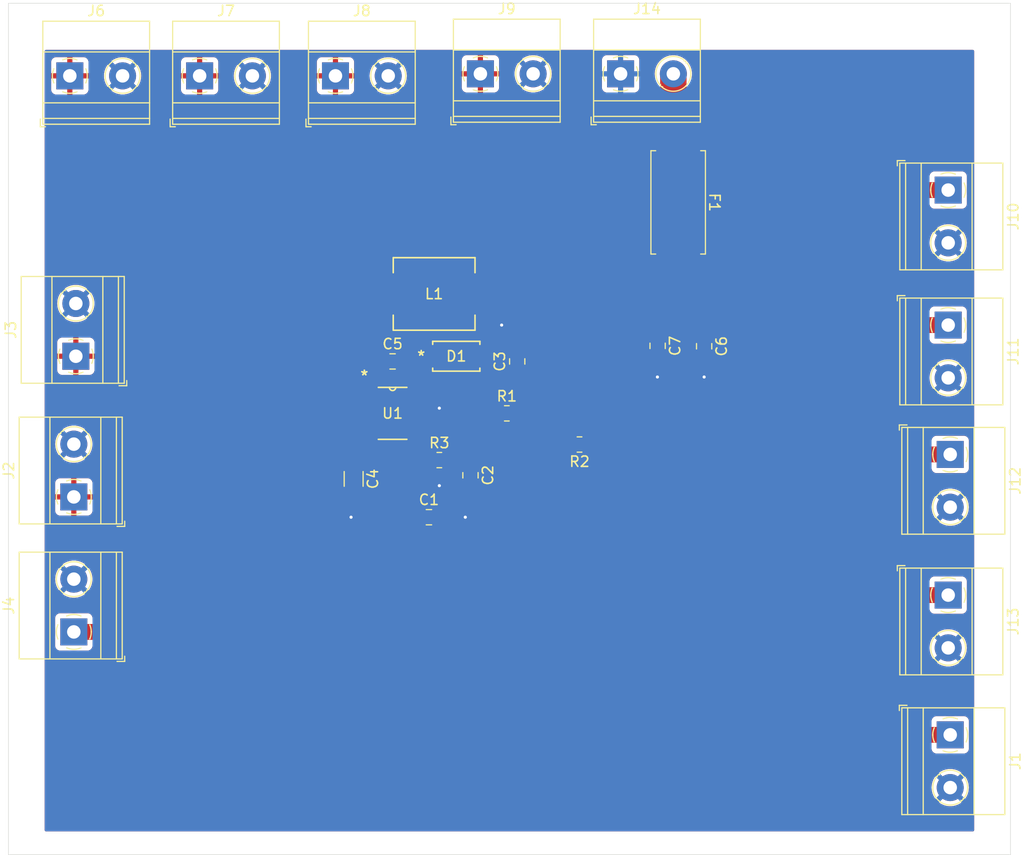
<source format=kicad_pcb>
(kicad_pcb (version 20240108) (generator "pcbnew") (generator_version "8.0")
  (layers (0 "F.Cu" signal) (31 "B.Cu" signal) (34 "B.Paste" user) (35 "F.Paste" user) (36 "B.SilkS" user "B.Silkscreen") (37 "F.SilkS" user "F.Silkscreen") (38 "B.Mask" user) (39 "F.Mask" user) (44 "Edge.Cuts" user))
  (net 0 "")
  (net 1 "+12V")
  (net 2 "GND")
  (net 3 "Net-(U1-COMP)")
  (net 4 "Net-(C3-Pad1)")
  (net 5 "Net-(U1-SS)")
  (net 6 "Net-(D1-K)")
  (net 7 "Net-(U1-BOOT)")
  (net 8 "+5V")
  (net 9 "Net-(U1-VSENSE)")
  (net 11 "Net-(J14-Pin_2)")
  (footprint "Capacitor_SMD:C_0805_2012Metric_Pad1.18x1.45mm_HandSolder" (layer "F.Cu") (at 110 125.5375 -90)
    (property "Reference" "C6" (at 0 -1.68 90) (layer "F.SilkS"))
    (property "Value" "47uF")
    (fp_line (start -0.261252 0.735) (end 0.261252 0.735) (stroke (width 0.12)) (layer "F.SilkS"))
    (fp_line (start -0.261252 -0.735) (end 0.261252 -0.735) (stroke (width 0.12)) (layer "F.SilkS"))
    (pad "1" smd roundrect (at -1.0375 0 270) (size 1.175 1.45) (layers "F.Cu" "F.Paste" "F.Mask") (roundrect_rratio 0.212766) (net 8 "+5V"))
    (pad "2" smd roundrect (at 1.0375 0 270) (size 1.175 1.45) (layers "F.Cu" "F.Paste" "F.Mask") (roundrect_rratio 0.212766) (net 2 "GND"))
  )
  (footprint "B340LA:DIODE_SODB340_2P92X4P6_DIO" (layer "F.Cu") (at 86.1336 126.5)
    (property "Reference" "D1" (at 0 0 0) (layer "F.SilkS"))
    (property "Value" "450mV 3A")
    (fp_line (start -2.2733 -1.4351) (end -2.2733 -1.14554) (stroke (width 0.1524)) (layer "F.SilkS"))
    (fp_line (start -2.2733 1.14554) (end -2.2733 1.4351) (stroke (width 0.1524)) (layer "F.SilkS"))
    (fp_line (start -2.2733 1.4351) (end 2.2733 1.4351) (stroke (width 0.1524)) (layer "F.SilkS"))
    (fp_line (start 2.2733 -1.4351) (end -2.2733 -1.4351) (stroke (width 0.1524)) (layer "F.SilkS"))
    (fp_line (start 2.2733 -1.14554) (end 2.2733 -1.4351) (stroke (width 0.1524)) (layer "F.SilkS"))
    (fp_line (start 2.2733 1.4351) (end 2.2733 1.14554) (stroke (width 0.1524)) (layer "F.SilkS"))
    (fp_text user "*" (at -3.3782 0 0) (layer "F.SilkS"))
    (fp_text user "*" (at -3.3782 0 0) (layer "F.SilkS"))
    (pad "1" smd rect (at -2.1336 0) (size 1.7272 1.6256) (layers "F.Cu" "F.Paste" "F.Mask") (net 6 "Net-(D1-K)"))
    (pad "2" smd rect (at 2.1336 0) (size 1.7272 1.6256) (layers "F.Cu" "F.Paste" "F.Mask") (net 2 "GND"))
    (zone (net 0) (net_name "") (layer "F.Cu") (connect_pads (clearance 0)) (min_thickness 0.254)
      (keepout (tracks not_allowed) (vias not_allowed) (pads allowed) (copperpour not_allowed) (footprints allowed))
      (fill (thermal_gap 0.508) (thermal_bridge_width 0.508))
      (polygon (pts (xy 84.9144 125.2427) (xy 87.3528 125.2427) (xy 87.3528 127.7573) (xy 84.9144 127.7573)))
    )
  )
  (footprint "Resistor_SMD:R_0805_2012Metric_Pad1.20x1.40mm_HandSolder" (layer "F.Cu") (at 98 135 180)
    (property "Reference" "R2" (at 0 -1.65 0) (layer "F.SilkS"))
    (property "Value" "10.2k")
    (fp_line (start -0.227064 0.735) (end 0.227064 0.735) (stroke (width 0.12)) (layer "F.SilkS"))
    (fp_line (start -0.227064 -0.735) (end 0.227064 -0.735) (stroke (width 0.12)) (layer "F.SilkS"))
    (pad "1" smd roundrect (at -1 0 180) (size 1.2 1.4) (layers "F.Cu" "F.Paste" "F.Mask") (roundrect_rratio 0.208333) (net 8 "+5V"))
    (pad "2" smd roundrect (at 1 0 180) (size 1.2 1.4) (layers "F.Cu" "F.Paste" "F.Mask") (roundrect_rratio 0.208333) (net 9 "Net-(U1-VSENSE)"))
  )
  (footprint "Capacitor_SMD:C_0805_2012Metric_Pad1.18x1.45mm_HandSolder" (layer "F.Cu") (at 92 127 90)
    (property "Reference" "C3" (at 0 -1.68 90) (layer "F.SilkS"))
    (property "Value" "1nF")
    (fp_line (start -0.261252 -0.735) (end 0.261252 -0.735) (stroke (width 0.12)) (layer "F.SilkS"))
    (fp_line (start -0.261252 0.735) (end 0.261252 0.735) (stroke (width 0.12)) (layer "F.SilkS"))
    (pad "1" smd roundrect (at -1.0375 0 90) (size 1.175 1.45) (layers "F.Cu" "F.Paste" "F.Mask") (roundrect_rratio 0.212766) (net 4 "Net-(C3-Pad1)"))
    (pad "2" smd roundrect (at 1.0375 0 90) (size 1.175 1.45) (layers "F.Cu" "F.Paste" "F.Mask") (roundrect_rratio 0.212766) (net 2 "GND"))
  )
  (footprint "TerminalBlock_Phoenix:TerminalBlock_Phoenix_MKDS-1,5-2-5.08_1x02_P5.08mm_Horizontal" (layer "F.Cu") (at 61.42 99.5)
    (property "Reference" "J7" (at 2.54 -6.26 0) (layer "F.SilkS"))
    (property "Value" "Motor 2 Power")
    (fp_line (start -2.84 4.16) (end -2.84 4.9) (stroke (width 0.12)) (layer "F.SilkS"))
    (fp_line (start -2.84 4.9) (end -2.34 4.9) (stroke (width 0.12)) (layer "F.SilkS"))
    (fp_line (start -2.6 -5.261) (end -2.6 4.66) (stroke (width 0.12)) (layer "F.SilkS"))
    (fp_line (start -2.6 -5.261) (end 7.68 -5.261) (stroke (width 0.12)) (layer "F.SilkS"))
    (fp_line (start -2.6 -2.301) (end 7.68 -2.301) (stroke (width 0.12)) (layer "F.SilkS"))
    (fp_line (start -2.6 2.6) (end 7.68 2.6) (stroke (width 0.12)) (layer "F.SilkS"))
    (fp_line (start -2.6 4.1) (end 7.68 4.1) (stroke (width 0.12)) (layer "F.SilkS"))
    (fp_line (start -2.6 4.66) (end 7.68 4.66) (stroke (width 0.12)) (layer "F.SilkS"))
    (fp_line (start 3.853 1.023) (end 3.806 1.069) (stroke (width 0.12)) (layer "F.SilkS"))
    (fp_line (start 4.046 1.239) (end 4.011 1.274) (stroke (width 0.12)) (layer "F.SilkS"))
    (fp_line (start 6.15 -1.275) (end 6.115 -1.239) (stroke (width 0.12)) (layer "F.SilkS"))
    (fp_line (start 6.355 -1.069) (end 6.308 -1.023) (stroke (width 0.12)) (layer "F.SilkS"))
    (fp_line (start 7.68 -5.261) (end 7.68 4.66) (stroke (width 0.12)) (layer "F.SilkS"))
    (fp_arc (start -1.535427 0.683042) (mid -1.680501 -0.000524) (end -1.535 -0.684) (stroke (width 0.12)) (layer "F.SilkS"))
    (fp_arc (start -0.683042 -1.535427) (mid 0.000524 -1.680501) (end 0.684 -1.535) (stroke (width 0.12)) (layer "F.SilkS"))
    (fp_arc (start 0.028805 1.680253) (mid -0.335551 1.646659) (end -0.684 1.535) (stroke (width 0.12)) (layer "F.SilkS"))
    (fp_arc (start 0.683318 1.534756) (mid 0.349292 1.643288) (end 0 1.68) (stroke (width 0.12)) (layer "F.SilkS"))
    (fp_arc (start 1.535427 -0.683042) (mid 1.680501 0.000524) (end 1.535 0.684) (stroke (width 0.12)) (layer "F.SilkS"))
    (fp_circle (center 5.08 0) (end 6.76 0) (stroke (width 0.12)) (fill none) (layer "F.SilkS"))
    (pad "1" thru_hole rect (at 0 0) (size 2.6 2.6) (drill 1.3) (layers "*.Cu" "*.Mask") (net 1 "+12V"))
    (pad "2" thru_hole circle (at 5.08 0) (size 2.6 2.6) (drill 1.3) (layers "*.Cu" "*.Mask") (net 2 "GND"))
  )
  (footprint "TerminalBlock_Phoenix:TerminalBlock_Phoenix_MKDS-1,5-2-5.08_1x02_P5.08mm_Horizontal" (layer "F.Cu") (at 74.5 99.5)
    (property "Reference" "J8" (at 2.54 -6.26 0) (layer "F.SilkS"))
    (property "Value" "Motor 3 Power")
    (fp_line (start -2.84 4.16) (end -2.84 4.9) (stroke (width 0.12)) (layer "F.SilkS"))
    (fp_line (start -2.84 4.9) (end -2.34 4.9) (stroke (width 0.12)) (layer "F.SilkS"))
    (fp_line (start -2.6 -5.261) (end -2.6 4.66) (stroke (width 0.12)) (layer "F.SilkS"))
    (fp_line (start -2.6 -5.261) (end 7.68 -5.261) (stroke (width 0.12)) (layer "F.SilkS"))
    (fp_line (start -2.6 -2.301) (end 7.68 -2.301) (stroke (width 0.12)) (layer "F.SilkS"))
    (fp_line (start -2.6 2.6) (end 7.68 2.6) (stroke (width 0.12)) (layer "F.SilkS"))
    (fp_line (start -2.6 4.1) (end 7.68 4.1) (stroke (width 0.12)) (layer "F.SilkS"))
    (fp_line (start -2.6 4.66) (end 7.68 4.66) (stroke (width 0.12)) (layer "F.SilkS"))
    (fp_line (start 3.853 1.023) (end 3.806 1.069) (stroke (width 0.12)) (layer "F.SilkS"))
    (fp_line (start 4.046 1.239) (end 4.011 1.274) (stroke (width 0.12)) (layer "F.SilkS"))
    (fp_line (start 6.15 -1.275) (end 6.115 -1.239) (stroke (width 0.12)) (layer "F.SilkS"))
    (fp_line (start 6.355 -1.069) (end 6.308 -1.023) (stroke (width 0.12)) (layer "F.SilkS"))
    (fp_line (start 7.68 -5.261) (end 7.68 4.66) (stroke (width 0.12)) (layer "F.SilkS"))
    (fp_arc (start -1.535427 0.683042) (mid -1.680501 -0.000524) (end -1.535 -0.684) (stroke (width 0.12)) (layer "F.SilkS"))
    (fp_arc (start -0.683042 -1.535427) (mid 0.000524 -1.680501) (end 0.684 -1.535) (stroke (width 0.12)) (layer "F.SilkS"))
    (fp_arc (start 0.028805 1.680253) (mid -0.335551 1.646659) (end -0.684 1.535) (stroke (width 0.12)) (layer "F.SilkS"))
    (fp_arc (start 0.683318 1.534756) (mid 0.349292 1.643288) (end 0 1.68) (stroke (width 0.12)) (layer "F.SilkS"))
    (fp_arc (start 1.535427 -0.683042) (mid 1.680501 0.000524) (end 1.535 0.684) (stroke (width 0.12)) (layer "F.SilkS"))
    (fp_circle (center 5.08 0) (end 6.76 0) (stroke (width 0.12)) (fill none) (layer "F.SilkS"))
    (pad "1" thru_hole rect (at 0 0) (size 2.6 2.6) (drill 1.3) (layers "*.Cu" "*.Mask") (net 1 "+12V"))
    (pad "2" thru_hole circle (at 5.08 0) (size 2.6 2.6) (drill 1.3) (layers "*.Cu" "*.Mask") (net 2 "GND"))
  )
  (footprint "Capacitor_SMD:C_0805_2012Metric_Pad1.18x1.45mm_HandSolder" (layer "F.Cu") (at 87.5 137.9625 -90)
    (property "Reference" "C2" (at 0 -1.68 90) (layer "F.SilkS"))
    (property "Value" "10pF")
    (fp_line (start -0.261252 0.735) (end 0.261252 0.735) (stroke (width 0.12)) (layer "F.SilkS"))
    (fp_line (start -0.261252 -0.735) (end 0.261252 -0.735) (stroke (width 0.12)) (layer "F.SilkS"))
    (pad "1" smd roundrect (at -1.0375 0 270) (size 1.175 1.45) (layers "F.Cu" "F.Paste" "F.Mask") (roundrect_rratio 0.212766) (net 3 "Net-(U1-COMP)"))
    (pad "2" smd roundrect (at 1.0375 0 270) (size 1.175 1.45) (layers "F.Cu" "F.Paste" "F.Mask") (roundrect_rratio 0.212766) (net 2 "GND"))
  )
  (footprint "Capacitor_SMD:C_0805_2012Metric_Pad1.18x1.45mm_HandSolder" (layer "F.Cu") (at 80 127)
    (property "Reference" "C5" (at 0 -1.68 0) (layer "F.SilkS"))
    (property "Value" "100nF")
    (fp_line (start -0.261252 -0.735) (end 0.261252 -0.735) (stroke (width 0.12)) (layer "F.SilkS"))
    (fp_line (start -0.261252 0.735) (end 0.261252 0.735) (stroke (width 0.12)) (layer "F.SilkS"))
    (pad "1" smd roundrect (at -1.0375 0) (size 1.175 1.45) (layers "F.Cu" "F.Paste" "F.Mask") (roundrect_rratio 0.212766) (net 7 "Net-(U1-BOOT)"))
    (pad "2" smd roundrect (at 1.0375 0) (size 1.175 1.45) (layers "F.Cu" "F.Paste" "F.Mask") (roundrect_rratio 0.212766) (net 6 "Net-(D1-K)"))
  )
  (footprint "Capacitor_SMD:C_0805_2012Metric_Pad1.18x1.45mm_HandSolder" (layer "F.Cu") (at 105.5202 125.5 -90)
    (property "Reference" "C7" (at 0 -1.68 90) (layer "F.SilkS"))
    (property "Value" "47uF")
    (fp_line (start -0.261252 0.735) (end 0.261252 0.735) (stroke (width 0.12)) (layer "F.SilkS"))
    (fp_line (start -0.261252 -0.735) (end 0.261252 -0.735) (stroke (width 0.12)) (layer "F.SilkS"))
    (pad "1" smd roundrect (at -1.0375 0 270) (size 1.175 1.45) (layers "F.Cu" "F.Paste" "F.Mask") (roundrect_rratio 0.212766) (net 8 "+5V"))
    (pad "2" smd roundrect (at 1.0375 0 270) (size 1.175 1.45) (layers "F.Cu" "F.Paste" "F.Mask") (roundrect_rratio 0.212766) (net 2 "GND"))
  )
  (footprint "TerminalBlock_Phoenix:TerminalBlock_Phoenix_MKDS-1,5-2-5.08_1x02_P5.08mm_Horizontal" (layer "F.Cu") (at 101.955 99.305)
    (property "Reference" "J14" (at 2.54 -6.26 0) (layer "F.SilkS"))
    (property "Value" "12V BATTERY POWER")
    (fp_line (start -2.84 4.16) (end -2.84 4.9) (stroke (width 0.12)) (layer "F.SilkS"))
    (fp_line (start -2.84 4.9) (end -2.34 4.9) (stroke (width 0.12)) (layer "F.SilkS"))
    (fp_line (start -2.6 -5.261) (end -2.6 4.66) (stroke (width 0.12)) (layer "F.SilkS"))
    (fp_line (start -2.6 -5.261) (end 7.68 -5.261) (stroke (width 0.12)) (layer "F.SilkS"))
    (fp_line (start -2.6 -2.301) (end 7.68 -2.301) (stroke (width 0.12)) (layer "F.SilkS"))
    (fp_line (start -2.6 2.6) (end 7.68 2.6) (stroke (width 0.12)) (layer "F.SilkS"))
    (fp_line (start -2.6 4.1) (end 7.68 4.1) (stroke (width 0.12)) (layer "F.SilkS"))
    (fp_line (start -2.6 4.66) (end 7.68 4.66) (stroke (width 0.12)) (layer "F.SilkS"))
    (fp_line (start 3.853 1.023) (end 3.806 1.069) (stroke (width 0.12)) (layer "F.SilkS"))
    (fp_line (start 4.046 1.239) (end 4.011 1.274) (stroke (width 0.12)) (layer "F.SilkS"))
    (fp_line (start 6.15 -1.275) (end 6.115 -1.239) (stroke (width 0.12)) (layer "F.SilkS"))
    (fp_line (start 6.355 -1.069) (end 6.308 -1.023) (stroke (width 0.12)) (layer "F.SilkS"))
    (fp_line (start 7.68 -5.261) (end 7.68 4.66) (stroke (width 0.12)) (layer "F.SilkS"))
    (fp_arc (start -1.535427 0.683042) (mid -1.680501 -0.000524) (end -1.535 -0.684) (stroke (width 0.12)) (layer "F.SilkS"))
    (fp_arc (start -0.683042 -1.535427) (mid 0.000524 -1.680501) (end 0.684 -1.535) (stroke (width 0.12)) (layer "F.SilkS"))
    (fp_arc (start 0.028805 1.680253) (mid -0.335551 1.646659) (end -0.684 1.535) (stroke (width 0.12)) (layer "F.SilkS"))
    (fp_arc (start 0.683318 1.534756) (mid 0.349292 1.643288) (end 0 1.68) (stroke (width 0.12)) (layer "F.SilkS"))
    (fp_arc (start 1.535427 -0.683042) (mid 1.680501 0.000524) (end 1.535 0.684) (stroke (width 0.12)) (layer "F.SilkS"))
    (fp_circle (center 5.08 0) (end 6.76 0) (stroke (width 0.12)) (fill none) (layer "F.SilkS"))
    (pad "1" thru_hole rect (at 0 0) (size 2.6 2.6) (drill 1.3) (layers "*.Cu" "*.Mask") (net 2 "GND"))
    (pad "2" thru_hole circle (at 5.08 0) (size 2.6 2.6) (drill 1.3) (layers "*.Cu" "*.Mask") (net 11 "Net-(J14-Pin_2)"))
  )
  (footprint "TerminalBlock_Phoenix:TerminalBlock_Phoenix_MKDS-1,5-2-5.08_1x02_P5.08mm_Horizontal" (layer "F.Cu") (at 133.695 162.955 -90)
    (property "Reference" "J1" (at 2.54 -6.26 90) (layer "F.SilkS"))
    (property "Value" "Lin Reg Out")
    (fp_line (start -2.84 4.9) (end -2.34 4.9) (stroke (width 0.12)) (layer "F.SilkS"))
    (fp_line (start -2.6 4.66) (end 7.68 4.66) (stroke (width 0.12)) (layer "F.SilkS"))
    (fp_line (start -2.84 4.16) (end -2.84 4.9) (stroke (width 0.12)) (layer "F.SilkS"))
    (fp_line (start -2.6 4.1) (end 7.68 4.1) (stroke (width 0.12)) (layer "F.SilkS"))
    (fp_line (start -2.6 2.6) (end 7.68 2.6) (stroke (width 0.12)) (layer "F.SilkS"))
    (fp_line (start 4.046 1.239) (end 4.011 1.274) (stroke (width 0.12)) (layer "F.SilkS"))
    (fp_line (start 3.853 1.023) (end 3.806 1.069) (stroke (width 0.12)) (layer "F.SilkS"))
    (fp_line (start 6.355 -1.069) (end 6.308 -1.023) (stroke (width 0.12)) (layer "F.SilkS"))
    (fp_line (start 6.15 -1.275) (end 6.115 -1.239) (stroke (width 0.12)) (layer "F.SilkS"))
    (fp_line (start -2.6 -2.301) (end 7.68 -2.301) (stroke (width 0.12)) (layer "F.SilkS"))
    (fp_line (start -2.6 -5.261) (end -2.6 4.66) (stroke (width 0.12)) (layer "F.SilkS"))
    (fp_line (start -2.6 -5.261) (end 7.68 -5.261) (stroke (width 0.12)) (layer "F.SilkS"))
    (fp_line (start 7.68 -5.261) (end 7.68 4.66) (stroke (width 0.12)) (layer "F.SilkS"))
    (fp_arc (start 0.028805 1.680253) (mid -0.335551 1.646659) (end -0.684 1.535) (stroke (width 0.12)) (layer "F.SilkS"))
    (fp_arc (start 0.683318 1.534756) (mid 0.349292 1.643288) (end 0 1.68) (stroke (width 0.12)) (layer "F.SilkS"))
    (fp_arc (start -1.535427 0.683042) (mid -1.680501 -0.000524) (end -1.535 -0.684) (stroke (width 0.12)) (layer "F.SilkS"))
    (fp_arc (start 1.535427 -0.683042) (mid 1.680501 0.000524) (end 1.535 0.684) (stroke (width 0.12)) (layer "F.SilkS"))
    (fp_arc (start -0.683042 -1.535427) (mid 0.000524 -1.680501) (end 0.684 -1.535) (stroke (width 0.12)) (layer "F.SilkS"))
    (fp_circle (center 5.08 0) (end 6.76 0) (stroke (width 0.12)) (fill none) (layer "F.SilkS"))
    (pad "1" thru_hole rect (at 0 0 270) (size 2.6 2.6) (drill 1.3) (layers "*.Cu" "*.Mask") (net 8 "+5V"))
    (pad "2" thru_hole circle (at 5.08 0 270) (size 2.6 2.6) (drill 1.3) (layers "*.Cu" "*.Mask") (net 2 "GND"))
  )
  (footprint "TPS54331:D8" (layer "F.Cu") (at 80 132)
    (property "Reference" "U1" (at 0 0 0) (layer "F.SilkS"))
    (property "Value" "TPS54331D")
    (fp_line (start -1.373653 2.5019) (end 1.373653 2.5019) (stroke (width 0.1524)) (layer "F.SilkS"))
    (fp_line (start 1.373653 -2.5019) (end -1.373653 -2.5019) (stroke (width 0.1524)) (layer "F.SilkS"))
    (fp_arc (start 0.3048 -2.5019) (mid 0 -2.1971) (end -0.3048 -2.5019) (stroke (width 0.1524)) (layer "F.SilkS"))
    (fp_text user "*" (at -2.7178 -3.6068 0) (layer "F.SilkS"))
    (fp_text user "*" (at -2.7178 -3.6068 0) (layer "F.SilkS"))
    (pad "1" smd rect (at -2.4638 -1.905) (size 1.9812 0.5588) (layers "F.Cu" "F.Paste" "F.Mask") (net 7 "Net-(U1-BOOT)"))
    (pad "2" smd rect (at -2.4638 -0.635) (size 1.9812 0.5588) (layers "F.Cu" "F.Paste" "F.Mask") (net 1 "+12V"))
    (pad "3" smd rect (at -2.4638 0.635) (size 1.9812 0.5588) (layers "F.Cu" "F.Paste" "F.Mask"))
    (pad "4" smd rect (at -2.4638 1.905) (size 1.9812 0.5588) (layers "F.Cu" "F.Paste" "F.Mask") (net 5 "Net-(U1-SS)"))
    (pad "5" smd rect (at 2.4638 1.905) (size 1.9812 0.5588) (layers "F.Cu" "F.Paste" "F.Mask") (net 9 "Net-(U1-VSENSE)"))
    (pad "6" smd rect (at 2.4638 0.635) (size 1.9812 0.5588) (layers "F.Cu" "F.Paste" "F.Mask") (net 3 "Net-(U1-COMP)"))
    (pad "7" smd rect (at 2.4638 -0.635) (size 1.9812 0.5588) (layers "F.Cu" "F.Paste" "F.Mask") (net 2 "GND"))
    (pad "8" smd rect (at 2.4638 -1.905) (size 1.9812 0.5588) (layers "F.Cu" "F.Paste" "F.Mask") (net 6 "Net-(D1-K)"))
  )
  (footprint "TerminalBlock_Phoenix:TerminalBlock_Phoenix_MKDS-1,5-2-5.08_1x02_P5.08mm_Horizontal" (layer "F.Cu") (at 48.92 99.5)
    (property "Reference" "J6" (at 2.54 -6.26 0) (layer "F.SilkS"))
    (property "Value" "Motor 1 Power")
    (fp_line (start -2.84 4.16) (end -2.84 4.9) (stroke (width 0.12)) (layer "F.SilkS"))
    (fp_line (start -2.84 4.9) (end -2.34 4.9) (stroke (width 0.12)) (layer "F.SilkS"))
    (fp_line (start -2.6 -5.261) (end -2.6 4.66) (stroke (width 0.12)) (layer "F.SilkS"))
    (fp_line (start -2.6 -5.261) (end 7.68 -5.261) (stroke (width 0.12)) (layer "F.SilkS"))
    (fp_line (start -2.6 -2.301) (end 7.68 -2.301) (stroke (width 0.12)) (layer "F.SilkS"))
    (fp_line (start -2.6 2.6) (end 7.68 2.6) (stroke (width 0.12)) (layer "F.SilkS"))
    (fp_line (start -2.6 4.1) (end 7.68 4.1) (stroke (width 0.12)) (layer "F.SilkS"))
    (fp_line (start -2.6 4.66) (end 7.68 4.66) (stroke (width 0.12)) (layer "F.SilkS"))
    (fp_line (start 3.853 1.023) (end 3.806 1.069) (stroke (width 0.12)) (layer "F.SilkS"))
    (fp_line (start 4.046 1.239) (end 4.011 1.274) (stroke (width 0.12)) (layer "F.SilkS"))
    (fp_line (start 6.15 -1.275) (end 6.115 -1.239) (stroke (width 0.12)) (layer "F.SilkS"))
    (fp_line (start 6.355 -1.069) (end 6.308 -1.023) (stroke (width 0.12)) (layer "F.SilkS"))
    (fp_line (start 7.68 -5.261) (end 7.68 4.66) (stroke (width 0.12)) (layer "F.SilkS"))
    (fp_arc (start -1.535427 0.683042) (mid -1.680501 -0.000524) (end -1.535 -0.684) (stroke (width 0.12)) (layer "F.SilkS"))
    (fp_arc (start -0.683042 -1.535427) (mid 0.000524 -1.680501) (end 0.684 -1.535) (stroke (width 0.12)) (layer "F.SilkS"))
    (fp_arc (start 0.028805 1.680253) (mid -0.335551 1.646659) (end -0.684 1.535) (stroke (width 0.12)) (layer "F.SilkS"))
    (fp_arc (start 0.683318 1.534756) (mid 0.349292 1.643288) (end 0 1.68) (stroke (width 0.12)) (layer "F.SilkS"))
    (fp_arc (start 1.535427 -0.683042) (mid 1.680501 0.000524) (end 1.535 0.684) (stroke (width 0.12)) (layer "F.SilkS"))
    (fp_circle (center 5.08 0) (end 6.76 0) (stroke (width 0.12)) (fill none) (layer "F.SilkS"))
    (pad "1" thru_hole rect (at 0 0) (size 2.6 2.6) (drill 1.3) (layers "*.Cu" "*.Mask") (net 1 "+12V"))
    (pad "2" thru_hole circle (at 5.08 0) (size 2.6 2.6) (drill 1.3) (layers "*.Cu" "*.Mask") (net 2 "GND"))
  )
  (footprint "TerminalBlock_Phoenix:TerminalBlock_Phoenix_MKDS-1,5-2-5.08_1x02_P5.08mm_Horizontal" (layer "F.Cu") (at 88.455 99.305)
    (property "Reference" "J9" (at 2.54 -6.26 0) (layer "F.SilkS"))
    (property "Value" "Motor 4 Power")
    (fp_line (start -2.84 4.16) (end -2.84 4.9) (stroke (width 0.12)) (layer "F.SilkS"))
    (fp_line (start -2.84 4.9) (end -2.34 4.9) (stroke (width 0.12)) (layer "F.SilkS"))
    (fp_line (start -2.6 -5.261) (end -2.6 4.66) (stroke (width 0.12)) (layer "F.SilkS"))
    (fp_line (start -2.6 -5.261) (end 7.68 -5.261) (stroke (width 0.12)) (layer "F.SilkS"))
    (fp_line (start -2.6 -2.301) (end 7.68 -2.301) (stroke (width 0.12)) (layer "F.SilkS"))
    (fp_line (start -2.6 2.6) (end 7.68 2.6) (stroke (width 0.12)) (layer "F.SilkS"))
    (fp_line (start -2.6 4.1) (end 7.68 4.1) (stroke (width 0.12)) (layer "F.SilkS"))
    (fp_line (start -2.6 4.66) (end 7.68 4.66) (stroke (width 0.12)) (layer "F.SilkS"))
    (fp_line (start 3.853 1.023) (end 3.806 1.069) (stroke (width 0.12)) (layer "F.SilkS"))
    (fp_line (start 4.046 1.239) (end 4.011 1.274) (stroke (width 0.12)) (layer "F.SilkS"))
    (fp_line (start 6.15 -1.275) (end 6.115 -1.239) (stroke (width 0.12)) (layer "F.SilkS"))
    (fp_line (start 6.355 -1.069) (end 6.308 -1.023) (stroke (width 0.12)) (layer "F.SilkS"))
    (fp_line (start 7.68 -5.261) (end 7.68 4.66) (stroke (width 0.12)) (layer "F.SilkS"))
    (fp_arc (start -1.535427 0.683042) (mid -1.680501 -0.000524) (end -1.535 -0.684) (stroke (width 0.12)) (layer "F.SilkS"))
    (fp_arc (start -0.683042 -1.535427) (mid 0.000524 -1.680501) (end 0.684 -1.535) (stroke (width 0.12)) (layer "F.SilkS"))
    (fp_arc (start 0.028805 1.680253) (mid -0.335551 1.646659) (end -0.684 1.535) (stroke (width 0.12)) (layer "F.SilkS"))
    (fp_arc (start 0.683318 1.534756) (mid 0.349292 1.643288) (end 0 1.68) (stroke (width 0.12)) (layer "F.SilkS"))
    (fp_arc (start 1.535427 -0.683042) (mid 1.680501 0.000524) (end 1.535 0.684) (stroke (width 0.12)) (layer "F.SilkS"))
    (fp_circle (center 5.08 0) (end 6.76 0) (stroke (width 0.12)) (fill none) (layer "F.SilkS"))
    (pad "1" thru_hole rect (at 0 0) (size 2.6 2.6) (drill 1.3) (layers "*.Cu" "*.Mask") (net 1 "+12V"))
    (pad "2" thru_hole circle (at 5.08 0) (size 2.6 2.6) (drill 1.3) (layers "*.Cu" "*.Mask") (net 2 "GND"))
  )
  (footprint "TerminalBlock_Phoenix:TerminalBlock_Phoenix_MKDS-1,5-2-5.08_1x02_P5.08mm_Horizontal" (layer "F.Cu") (at 49.305 140.045 90)
    (property "Reference" "J2" (at 2.54 -6.26 90) (layer "F.SilkS"))
    (property "Value" "Lin Act Power")
    (fp_line (start 7.68 -5.261) (end 7.68 4.66) (stroke (width 0.12)) (layer "F.SilkS"))
    (fp_line (start -2.6 -5.261) (end 7.68 -5.261) (stroke (width 0.12)) (layer "F.SilkS"))
    (fp_line (start -2.6 -5.261) (end -2.6 4.66) (stroke (width 0.12)) (layer "F.SilkS"))
    (fp_line (start -2.6 -2.301) (end 7.68 -2.301) (stroke (width 0.12)) (layer "F.SilkS"))
    (fp_line (start 6.15 -1.275) (end 6.115 -1.239) (stroke (width 0.12)) (layer "F.SilkS"))
    (fp_line (start 6.355 -1.069) (end 6.308 -1.023) (stroke (width 0.12)) (layer "F.SilkS"))
    (fp_line (start 3.853 1.023) (end 3.806 1.069) (stroke (width 0.12)) (layer "F.SilkS"))
    (fp_line (start 4.046 1.239) (end 4.011 1.274) (stroke (width 0.12)) (layer "F.SilkS"))
    (fp_line (start -2.6 2.6) (end 7.68 2.6) (stroke (width 0.12)) (layer "F.SilkS"))
    (fp_line (start -2.6 4.1) (end 7.68 4.1) (stroke (width 0.12)) (layer "F.SilkS"))
    (fp_line (start -2.84 4.16) (end -2.84 4.9) (stroke (width 0.12)) (layer "F.SilkS"))
    (fp_line (start -2.6 4.66) (end 7.68 4.66) (stroke (width 0.12)) (layer "F.SilkS"))
    (fp_line (start -2.84 4.9) (end -2.34 4.9) (stroke (width 0.12)) (layer "F.SilkS"))
    (fp_arc (start -0.683042 -1.535427) (mid 0.000524 -1.680501) (end 0.684 -1.535) (stroke (width 0.12)) (layer "F.SilkS"))
    (fp_arc (start 1.535427 -0.683042) (mid 1.680501 0.000524) (end 1.535 0.684) (stroke (width 0.12)) (layer "F.SilkS"))
    (fp_arc (start -1.535427 0.683042) (mid -1.680501 -0.000524) (end -1.535 -0.684) (stroke (width 0.12)) (layer "F.SilkS"))
    (fp_arc (start 0.683318 1.534756) (mid 0.349292 1.643288) (end 0 1.68) (stroke (width 0.12)) (layer "F.SilkS"))
    (fp_arc (start 0.028805 1.680253) (mid -0.335551 1.646659) (end -0.684 1.535) (stroke (width 0.12)) (layer "F.SilkS"))
    (fp_circle (center 5.08 0) (end 6.76 0) (stroke (width 0.12)) (fill none) (layer "F.SilkS"))
    (pad "1" thru_hole rect (at 0 0 90) (size 2.6 2.6) (drill 1.3) (layers "*.Cu" "*.Mask") (net 1 "+12V"))
    (pad "2" thru_hole circle (at 5.08 0 90) (size 2.6 2.6) (drill 1.3) (layers "*.Cu" "*.Mask") (net 2 "GND"))
  )
  (footprint "TerminalBlock_Phoenix:TerminalBlock_Phoenix_MKDS-1,5-2-5.08_1x02_P5.08mm_Horizontal" (layer "F.Cu") (at 49.305 153.045 90)
    (property "Reference" "J4" (at 2.54 -6.26 90) (layer "F.SilkS"))
    (property "Value" "5V Jump")
    (fp_line (start 7.68 -5.261) (end 7.68 4.66) (stroke (width 0.12)) (layer "F.SilkS"))
    (fp_line (start -2.6 -5.261) (end 7.68 -5.261) (stroke (width 0.12)) (layer "F.SilkS"))
    (fp_line (start -2.6 -5.261) (end -2.6 4.66) (stroke (width 0.12)) (layer "F.SilkS"))
    (fp_line (start -2.6 -2.301) (end 7.68 -2.301) (stroke (width 0.12)) (layer "F.SilkS"))
    (fp_line (start 6.15 -1.275) (end 6.115 -1.239) (stroke (width 0.12)) (layer "F.SilkS"))
    (fp_line (start 6.355 -1.069) (end 6.308 -1.023) (stroke (width 0.12)) (layer "F.SilkS"))
    (fp_line (start 3.853 1.023) (end 3.806 1.069) (stroke (width 0.12)) (layer "F.SilkS"))
    (fp_line (start 4.046 1.239) (end 4.011 1.274) (stroke (width 0.12)) (layer "F.SilkS"))
    (fp_line (start -2.6 2.6) (end 7.68 2.6) (stroke (width 0.12)) (layer "F.SilkS"))
    (fp_line (start -2.6 4.1) (end 7.68 4.1) (stroke (width 0.12)) (layer "F.SilkS"))
    (fp_line (start -2.84 4.16) (end -2.84 4.9) (stroke (width 0.12)) (layer "F.SilkS"))
    (fp_line (start -2.6 4.66) (end 7.68 4.66) (stroke (width 0.12)) (layer "F.SilkS"))
    (fp_line (start -2.84 4.9) (end -2.34 4.9) (stroke (width 0.12)) (layer "F.SilkS"))
    (fp_arc (start -0.683042 -1.535427) (mid 0.000524 -1.680501) (end 0.684 -1.535) (stroke (width 0.12)) (layer "F.SilkS"))
    (fp_arc (start 1.535427 -0.683042) (mid 1.680501 0.000524) (end 1.535 0.684) (stroke (width 0.12)) (layer "F.SilkS"))
    (fp_arc (start -1.535427 0.683042) (mid -1.680501 -0.000524) (end -1.535 -0.684) (stroke (width 0.12)) (layer "F.SilkS"))
    (fp_arc (start 0.683318 1.534756) (mid 0.349292 1.643288) (end 0 1.68) (stroke (width 0.12)) (layer "F.SilkS"))
    (fp_arc (start 0.028805 1.680253) (mid -0.335551 1.646659) (end -0.684 1.535) (stroke (width 0.12)) (layer "F.SilkS"))
    (fp_circle (center 5.08 0) (end 6.76 0) (stroke (width 0.12)) (fill none) (layer "F.SilkS"))
    (pad "1" thru_hole rect (at 0 0 90) (size 2.6 2.6) (drill 1.3) (layers "*.Cu" "*.Mask") (net 8 "+5V"))
    (pad "2" thru_hole circle (at 5.08 0 90) (size 2.6 2.6) (drill 1.3) (layers "*.Cu" "*.Mask") (net 2 "GND"))
  )
  (footprint "Fuse:Fuseholder_Littelfuse_Nano2_154x" (layer "F.Cu") (at 107.5 111.685 -90)
    (property "Reference" "F1" (at 0 -3.5 -90) (layer "F.SilkS"))
    (property "Value" "Fuse")
    (fp_line (start -4.975 2.625) (end 4.975 2.625) (stroke (width 0.12)) (layer "F.SilkS"))
    (fp_line (start 4.975 2.625) (end 4.975 2.165) (stroke (width 0.12)) (layer "F.SilkS"))
    (fp_line (start -4.975 2.165) (end -4.975 2.625) (stroke (width 0.12)) (layer "F.SilkS"))
    (fp_line (start -4.975 -2.625) (end -4.975 -2.165) (stroke (width 0.12)) (layer "F.SilkS"))
    (fp_line (start -4.975 -2.625) (end 4.975 -2.625) (stroke (width 0.12)) (layer "F.SilkS"))
    (fp_line (start 4.975 -2.625) (end 4.975 -2.165) (stroke (width 0.12)) (layer "F.SilkS"))
    (pad "1" smd rect (at -3.185 0 270) (size 4.24 3.81) (layers "F.Cu" "F.Paste" "F.Mask") (net 11 "Net-(J14-Pin_2)"))
    (pad "2" smd rect (at 3.185 0 270) (size 4.24 3.81) (layers "F.Cu" "F.Paste" "F.Mask") (net 1 "+12V"))
  )
  (footprint "Capacitor_SMD:C_1206_3216Metric_Pad1.33x1.80mm_HandSolder" (layer "F.Cu") (at 76.25 138.3125 -90)
    (property "Reference" "C4" (at 0 -1.85 -90) (layer "F.SilkS"))
    (property "Value" "8.2nF")
    (fp_line (start -0.711252 0.91) (end 0.711252 0.91) (stroke (width 0.12)) (layer "F.SilkS"))
    (fp_line (start -0.711252 -0.91) (end 0.711252 -0.91) (stroke (width 0.12)) (layer "F.SilkS"))
    (pad "1" smd roundrect (at -1.5625 0 270) (size 1.325 1.8) (layers "F.Cu" "F.Paste" "F.Mask") (roundrect_rratio 0.188679) (net 5 "Net-(U1-SS)"))
    (pad "2" smd roundrect (at 1.5625 0 270) (size 1.325 1.8) (layers "F.Cu" "F.Paste" "F.Mask") (roundrect_rratio 0.188679) (net 2 "GND"))
  )
  (footprint "TerminalBlock_Phoenix:TerminalBlock_Phoenix_MKDS-1,5-2-5.08_1x02_P5.08mm_Horizontal" (layer "F.Cu") (at 133.695 135.955 -90)
    (property "Reference" "J12" (at 2.54 -6.26 90) (layer "F.SilkS"))
    (property "Value" "Motor 3 En")
    (fp_line (start -2.84 4.9) (end -2.34 4.9) (stroke (width 0.12)) (layer "F.SilkS"))
    (fp_line (start -2.6 4.66) (end 7.68 4.66) (stroke (width 0.12)) (layer "F.SilkS"))
    (fp_line (start -2.84 4.16) (end -2.84 4.9) (stroke (width 0.12)) (layer "F.SilkS"))
    (fp_line (start -2.6 4.1) (end 7.68 4.1) (stroke (width 0.12)) (layer "F.SilkS"))
    (fp_line (start -2.6 2.6) (end 7.68 2.6) (stroke (width 0.12)) (layer "F.SilkS"))
    (fp_line (start 4.046 1.239) (end 4.011 1.274) (stroke (width 0.12)) (layer "F.SilkS"))
    (fp_line (start 3.853 1.023) (end 3.806 1.069) (stroke (width 0.12)) (layer "F.SilkS"))
    (fp_line (start 6.355 -1.069) (end 6.308 -1.023) (stroke (width 0.12)) (layer "F.SilkS"))
    (fp_line (start 6.15 -1.275) (end 6.115 -1.239) (stroke (width 0.12)) (layer "F.SilkS"))
    (fp_line (start -2.6 -2.301) (end 7.68 -2.301) (stroke (width 0.12)) (layer "F.SilkS"))
    (fp_line (start -2.6 -5.261) (end -2.6 4.66) (stroke (width 0.12)) (layer "F.SilkS"))
    (fp_line (start -2.6 -5.261) (end 7.68 -5.261) (stroke (width 0.12)) (layer "F.SilkS"))
    (fp_line (start 7.68 -5.261) (end 7.68 4.66) (stroke (width 0.12)) (layer "F.SilkS"))
    (fp_arc (start 0.028805 1.680253) (mid -0.335551 1.646659) (end -0.684 1.535) (stroke (width 0.12)) (layer "F.SilkS"))
    (fp_arc (start 0.683318 1.534756) (mid 0.349292 1.643288) (end 0 1.68) (stroke (width 0.12)) (layer "F.SilkS"))
    (fp_arc (start -1.535427 0.683042) (mid -1.680501 -0.000524) (end -1.535 -0.684) (stroke (width 0.12)) (layer "F.SilkS"))
    (fp_arc (start 1.535427 -0.683042) (mid 1.680501 0.000524) (end 1.535 0.684) (stroke (width 0.12)) (layer "F.SilkS"))
    (fp_arc (start -0.683042 -1.535427) (mid 0.000524 -1.680501) (end 0.684 -1.535) (stroke (width 0.12)) (layer "F.SilkS"))
    (fp_circle (center 5.08 0) (end 6.76 0) (stroke (width 0.12)) (fill none) (layer "F.SilkS"))
    (pad "1" thru_hole rect (at 0 0 270) (size 2.6 2.6) (drill 1.3) (layers "*.Cu" "*.Mask") (net 8 "+5V"))
    (pad "2" thru_hole circle (at 5.08 0 270) (size 2.6 2.6) (drill 1.3) (layers "*.Cu" "*.Mask") (net 2 "GND"))
  )
  (footprint "TerminalBlock_Phoenix:TerminalBlock_Phoenix_MKDS-1,5-2-5.08_1x02_P5.08mm_Horizontal" (layer "F.Cu") (at 133.5 149.5 -90)
    (property "Reference" "J13" (at 2.54 -6.26 90) (layer "F.SilkS"))
    (property "Value" "Motor 4 En")
    (fp_line (start -2.84 4.9) (end -2.34 4.9) (stroke (width 0.12)) (layer "F.SilkS"))
    (fp_line (start -2.6 4.66) (end 7.68 4.66) (stroke (width 0.12)) (layer "F.SilkS"))
    (fp_line (start -2.84 4.16) (end -2.84 4.9) (stroke (width 0.12)) (layer "F.SilkS"))
    (fp_line (start -2.6 4.1) (end 7.68 4.1) (stroke (width 0.12)) (layer "F.SilkS"))
    (fp_line (start -2.6 2.6) (end 7.68 2.6) (stroke (width 0.12)) (layer "F.SilkS"))
    (fp_line (start 4.046 1.239) (end 4.011 1.274) (stroke (width 0.12)) (layer "F.SilkS"))
    (fp_line (start 3.853 1.023) (end 3.806 1.069) (stroke (width 0.12)) (layer "F.SilkS"))
    (fp_line (start 6.355 -1.069) (end 6.308 -1.023) (stroke (width 0.12)) (layer "F.SilkS"))
    (fp_line (start 6.15 -1.275) (end 6.115 -1.239) (stroke (width 0.12)) (layer "F.SilkS"))
    (fp_line (start -2.6 -2.301) (end 7.68 -2.301) (stroke (width 0.12)) (layer "F.SilkS"))
    (fp_line (start -2.6 -5.261) (end -2.6 4.66) (stroke (width 0.12)) (layer "F.SilkS"))
    (fp_line (start -2.6 -5.261) (end 7.68 -5.261) (stroke (width 0.12)) (layer "F.SilkS"))
    (fp_line (start 7.68 -5.261) (end 7.68 4.66) (stroke (width 0.12)) (layer "F.SilkS"))
    (fp_arc (start 0.028805 1.680253) (mid -0.335551 1.646659) (end -0.684 1.535) (stroke (width 0.12)) (layer "F.SilkS"))
    (fp_arc (start 0.683318 1.534756) (mid 0.349292 1.643288) (end 0 1.68) (stroke (width 0.12)) (layer "F.SilkS"))
    (fp_arc (start -1.535427 0.683042) (mid -1.680501 -0.000524) (end -1.535 -0.684) (stroke (width 0.12)) (layer "F.SilkS"))
    (fp_arc (start 1.535427 -0.683042) (mid 1.680501 0.000524) (end 1.535 0.684) (stroke (width 0.12)) (layer "F.SilkS"))
    (fp_arc (start -0.683042 -1.535427) (mid 0.000524 -1.680501) (end 0.684 -1.535) (stroke (width 0.12)) (layer "F.SilkS"))
    (fp_circle (center 5.08 0) (end 6.76 0) (stroke (width 0.12)) (fill none) (layer "F.SilkS"))
    (pad "1" thru_hole rect (at 0 0 270) (size 2.6 2.6) (drill 1.3) (layers "*.Cu" "*.Mask") (net 8 "+5V"))
    (pad "2" thru_hole circle (at 5.08 0 270) (size 2.6 2.6) (drill 1.3) (layers "*.Cu" "*.Mask") (net 2 "GND"))
  )
  (footprint "TerminalBlock_Phoenix:TerminalBlock_Phoenix_MKDS-1,5-2-5.08_1x02_P5.08mm_Horizontal" (layer "F.Cu") (at 49.5 126.5 90)
    (property "Reference" "J3" (at 2.54 -6.26 90) (layer "F.SilkS"))
    (property "Value" "12V Jump")
    (fp_line (start 7.68 -5.261) (end 7.68 4.66) (stroke (width 0.12)) (layer "F.SilkS"))
    (fp_line (start -2.6 -5.261) (end 7.68 -5.261) (stroke (width 0.12)) (layer "F.SilkS"))
    (fp_line (start -2.6 -5.261) (end -2.6 4.66) (stroke (width 0.12)) (layer "F.SilkS"))
    (fp_line (start -2.6 -2.301) (end 7.68 -2.301) (stroke (width 0.12)) (layer "F.SilkS"))
    (fp_line (start 6.15 -1.275) (end 6.115 -1.239) (stroke (width 0.12)) (layer "F.SilkS"))
    (fp_line (start 6.355 -1.069) (end 6.308 -1.023) (stroke (width 0.12)) (layer "F.SilkS"))
    (fp_line (start 3.853 1.023) (end 3.806 1.069) (stroke (width 0.12)) (layer "F.SilkS"))
    (fp_line (start 4.046 1.239) (end 4.011 1.274) (stroke (width 0.12)) (layer "F.SilkS"))
    (fp_line (start -2.6 2.6) (end 7.68 2.6) (stroke (width 0.12)) (layer "F.SilkS"))
    (fp_line (start -2.6 4.1) (end 7.68 4.1) (stroke (width 0.12)) (layer "F.SilkS"))
    (fp_line (start -2.84 4.16) (end -2.84 4.9) (stroke (width 0.12)) (layer "F.SilkS"))
    (fp_line (start -2.6 4.66) (end 7.68 4.66) (stroke (width 0.12)) (layer "F.SilkS"))
    (fp_line (start -2.84 4.9) (end -2.34 4.9) (stroke (width 0.12)) (layer "F.SilkS"))
    (fp_arc (start -0.683042 -1.535427) (mid 0.000524 -1.680501) (end 0.684 -1.535) (stroke (width 0.12)) (layer "F.SilkS"))
    (fp_arc (start 1.535427 -0.683042) (mid 1.680501 0.000524) (end 1.535 0.684) (stroke (width 0.12)) (layer "F.SilkS"))
    (fp_arc (start -1.535427 0.683042) (mid -1.680501 -0.000524) (end -1.535 -0.684) (stroke (width 0.12)) (layer "F.SilkS"))
    (fp_arc (start 0.683318 1.534756) (mid 0.349292 1.643288) (end 0 1.68) (stroke (width 0.12)) (layer "F.SilkS"))
    (fp_arc (start 0.028805 1.680253) (mid -0.335551 1.646659) (end -0.684 1.535) (stroke (width 0.12)) (layer "F.SilkS"))
    (fp_circle (center 5.08 0) (end 6.76 0) (stroke (width 0.12)) (fill none) (layer "F.SilkS"))
    (pad "1" thru_hole rect (at 0 0 90) (size 2.6 2.6) (drill 1.3) (layers "*.Cu" "*.Mask") (net 1 "+12V"))
    (pad "2" thru_hole circle (at 5.08 0 90) (size 2.6 2.6) (drill 1.3) (layers "*.Cu" "*.Mask") (net 2 "GND"))
  )
  (footprint "TerminalBlock_Phoenix:TerminalBlock_Phoenix_MKDS-1,5-2-5.08_1x02_P5.08mm_Horizontal" (layer "F.Cu") (at 133.5 110.5 -90)
    (property "Reference" "J10" (at 2.54 -6.26 90) (layer "F.SilkS"))
    (property "Value" "Motor 1 En")
    (fp_line (start -2.84 4.9) (end -2.34 4.9) (stroke (width 0.12)) (layer "F.SilkS"))
    (fp_line (start -2.6 4.66) (end 7.68 4.66) (stroke (width 0.12)) (layer "F.SilkS"))
    (fp_line (start -2.84 4.16) (end -2.84 4.9) (stroke (width 0.12)) (layer "F.SilkS"))
    (fp_line (start -2.6 4.1) (end 7.68 4.1) (stroke (width 0.12)) (layer "F.SilkS"))
    (fp_line (start -2.6 2.6) (end 7.68 2.6) (stroke (width 0.12)) (layer "F.SilkS"))
    (fp_line (start 4.046 1.239) (end 4.011 1.274) (stroke (width 0.12)) (layer "F.SilkS"))
    (fp_line (start 3.853 1.023) (end 3.806 1.069) (stroke (width 0.12)) (layer "F.SilkS"))
    (fp_line (start 6.355 -1.069) (end 6.308 -1.023) (stroke (width 0.12)) (layer "F.SilkS"))
    (fp_line (start 6.15 -1.275) (end 6.115 -1.239) (stroke (width 0.12)) (layer "F.SilkS"))
    (fp_line (start -2.6 -2.301) (end 7.68 -2.301) (stroke (width 0.12)) (layer "F.SilkS"))
    (fp_line (start -2.6 -5.261) (end -2.6 4.66) (stroke (width 0.12)) (layer "F.SilkS"))
    (fp_line (start -2.6 -5.261) (end 7.68 -5.261) (stroke (width 0.12)) (layer "F.SilkS"))
    (fp_line (start 7.68 -5.261) (end 7.68 4.66) (stroke (width 0.12)) (layer "F.SilkS"))
    (fp_arc (start 0.028805 1.680253) (mid -0.335551 1.646659) (end -0.684 1.535) (stroke (width 0.12)) (layer "F.SilkS"))
    (fp_arc (start 0.683318 1.534756) (mid 0.349292 1.643288) (end 0 1.68) (stroke (width 0.12)) (layer "F.SilkS"))
    (fp_arc (start -1.535427 0.683042) (mid -1.680501 -0.000524) (end -1.535 -0.684) (stroke (width 0.12)) (layer "F.SilkS"))
    (fp_arc (start 1.535427 -0.683042) (mid 1.680501 0.000524) (end 1.535 0.684) (stroke (width 0.12)) (layer "F.SilkS"))
    (fp_arc (start -0.683042 -1.535427) (mid 0.000524 -1.680501) (end 0.684 -1.535) (stroke (width 0.12)) (layer "F.SilkS"))
    (fp_circle (center 5.08 0) (end 6.76 0) (stroke (width 0.12)) (fill none) (layer "F.SilkS"))
    (pad "1" thru_hole rect (at 0 0 270) (size 2.6 2.6) (drill 1.3) (layers "*.Cu" "*.Mask") (net 8 "+5V"))
    (pad "2" thru_hole circle (at 5.08 0 270) (size 2.6 2.6) (drill 1.3) (layers "*.Cu" "*.Mask") (net 2 "GND"))
  )
  (footprint "Resistor_SMD:R_0805_2012Metric_Pad1.20x1.40mm_HandSolder" (layer "F.Cu") (at 84.5 136.5)
    (property "Reference" "R3" (at 0 -1.65 0) (layer "F.SilkS"))
    (property "Value" "1.96k")
    (fp_line (start -0.227064 -0.735) (end 0.227064 -0.735) (stroke (width 0.12)) (layer "F.SilkS"))
    (fp_line (start -0.227064 0.735) (end 0.227064 0.735) (stroke (width 0.12)) (layer "F.SilkS"))
    (pad "1" smd roundrect (at -1 0) (size 1.2 1.4) (layers "F.Cu" "F.Paste" "F.Mask") (roundrect_rratio 0.208333) (net 9 "Net-(U1-VSENSE)"))
    (pad "2" smd roundrect (at 1 0) (size 1.2 1.4) (layers "F.Cu" "F.Paste" "F.Mask") (roundrect_rratio 0.208333) (net 2 "GND"))
  )
  (footprint "TerminalBlock_Phoenix:TerminalBlock_Phoenix_MKDS-1,5-2-5.08_1x02_P5.08mm_Horizontal" (layer "F.Cu") (at 133.5 123.5 -90)
    (property "Reference" "J11" (at 2.54 -6.26 90) (layer "F.SilkS"))
    (property "Value" "Motor 2 En")
    (fp_line (start -2.84 4.9) (end -2.34 4.9) (stroke (width 0.12)) (layer "F.SilkS"))
    (fp_line (start -2.6 4.66) (end 7.68 4.66) (stroke (width 0.12)) (layer "F.SilkS"))
    (fp_line (start -2.84 4.16) (end -2.84 4.9) (stroke (width 0.12)) (layer "F.SilkS"))
    (fp_line (start -2.6 4.1) (end 7.68 4.1) (stroke (width 0.12)) (layer "F.SilkS"))
    (fp_line (start -2.6 2.6) (end 7.68 2.6) (stroke (width 0.12)) (layer "F.SilkS"))
    (fp_line (start 4.046 1.239) (end 4.011 1.274) (stroke (width 0.12)) (layer "F.SilkS"))
    (fp_line (start 3.853 1.023) (end 3.806 1.069) (stroke (width 0.12)) (layer "F.SilkS"))
    (fp_line (start 6.355 -1.069) (end 6.308 -1.023) (stroke (width 0.12)) (layer "F.SilkS"))
    (fp_line (start 6.15 -1.275) (end 6.115 -1.239) (stroke (width 0.12)) (layer "F.SilkS"))
    (fp_line (start -2.6 -2.301) (end 7.68 -2.301) (stroke (width 0.12)) (layer "F.SilkS"))
    (fp_line (start -2.6 -5.261) (end -2.6 4.66) (stroke (width 0.12)) (layer "F.SilkS"))
    (fp_line (start -2.6 -5.261) (end 7.68 -5.261) (stroke (width 0.12)) (layer "F.SilkS"))
    (fp_line (start 7.68 -5.261) (end 7.68 4.66) (stroke (width 0.12)) (layer "F.SilkS"))
    (fp_arc (start 0.028805 1.680253) (mid -0.335551 1.646659) (end -0.684 1.535) (stroke (width 0.12)) (layer "F.SilkS"))
    (fp_arc (start 0.683318 1.534756) (mid 0.349292 1.643288) (end 0 1.68) (stroke (width 0.12)) (layer "F.SilkS"))
    (fp_arc (start -1.535427 0.683042) (mid -1.680501 -0.000524) (end -1.535 -0.684) (stroke (width 0.12)) (layer "F.SilkS"))
    (fp_arc (start 1.535427 -0.683042) (mid 1.680501 0.000524) (end 1.535 0.684) (stroke (width 0.12)) (layer "F.SilkS"))
    (fp_arc (start -0.683042 -1.535427) (mid 0.000524 -1.680501) (end 0.684 -1.535) (stroke (width 0.12)) (layer "F.SilkS"))
    (fp_circle (center 5.08 0) (end 6.76 0) (stroke (width 0.12)) (fill none) (layer "F.SilkS"))
    (pad "1" thru_hole rect (at 0 0 270) (size 2.6 2.6) (drill 1.3) (layers "*.Cu" "*.Mask") (net 8 "+5V"))
    (pad "2" thru_hole circle (at 5.08 0 270) (size 2.6 2.6) (drill 1.3) (layers "*.Cu" "*.Mask") (net 2 "GND"))
  )
  (footprint "Capacitor_SMD:C_0805_2012Metric_Pad1.18x1.45mm_HandSolder" (layer "F.Cu") (at 83.5 142)
    (property "Reference" "C1" (at 0 -1.68 0) (layer "F.SilkS"))
    (property "Value" "22uF")
    (fp_line (start -0.261252 -0.735) (end 0.261252 -0.735) (stroke (width 0.12)) (layer "F.SilkS"))
    (fp_line (start -0.261252 0.735) (end 0.261252 0.735) (stroke (width 0.12)) (layer "F.SilkS"))
    (pad "1" smd roundrect (at -1.0375 0) (size 1.175 1.45) (layers "F.Cu" "F.Paste" "F.Mask") (roundrect_rratio 0.212766) (net 1 "+12V"))
    (pad "2" smd roundrect (at 1.0375 0) (size 1.175 1.45) (layers "F.Cu" "F.Paste" "F.Mask") (roundrect_rratio 0.212766) (net 2 "GND"))
  )
  (footprint "IHLP:IND25X25CZ" (layer "F.Cu") (at 84 120.5)
    (property "Reference" "L1" (at 0 0 0) (layer "F.SilkS"))
    (property "Value" "5.6uH")
    (fp_line (start -3.937 -3.4925) (end -3.937 -2.04724) (stroke (width 0.1524)) (layer "F.SilkS"))
    (fp_line (start -3.937 2.04724) (end -3.937 3.4925) (stroke (width 0.1524)) (layer "F.SilkS"))
    (fp_line (start -3.937 3.4925) (end 3.937 3.4925) (stroke (width 0.1524)) (layer "F.SilkS"))
    (fp_line (start 3.937 -3.4925) (end -3.937 -3.4925) (stroke (width 0.1524)) (layer "F.SilkS"))
    (fp_line (start 3.937 -2.04724) (end 3.937 -3.4925) (stroke (width 0.1524)) (layer "F.SilkS"))
    (fp_line (start 3.937 3.4925) (end 3.937 2.04724) (stroke (width 0.1524)) (layer "F.SilkS"))
    (pad "1" smd rect (at -2.7178 0 90) (size 3.429 2.4892) (layers "F.Cu" "F.Paste" "F.Mask") (net 6 "Net-(D1-K)"))
    (pad "2" smd rect (at 2.7178 0 90) (size 3.429 2.4892) (layers "F.Cu" "F.Paste" "F.Mask") (net 8 "+5V"))
  )
  (footprint "Resistor_SMD:R_0805_2012Metric_Pad1.20x1.40mm_HandSolder" (layer "F.Cu") (at 91 132)
    (property "Reference" "R1" (at 0 -1.65 0) (layer "F.SilkS"))
    (property "Value" "66.5k")
    (fp_line (start -0.227064 -0.735) (end 0.227064 -0.735) (stroke (width 0.12)) (layer "F.SilkS"))
    (fp_line (start -0.227064 0.735) (end 0.227064 0.735) (stroke (width 0.12)) (layer "F.SilkS"))
    (pad "1" smd roundrect (at -1 0) (size 1.2 1.4) (layers "F.Cu" "F.Paste" "F.Mask") (roundrect_rratio 0.208333) (net 3 "Net-(U1-COMP)"))
    (pad "2" smd roundrect (at 1 0) (size 1.2 1.4) (layers "F.Cu" "F.Paste" "F.Mask") (roundrect_rratio 0.208333) (net 4 "Net-(C3-Pad1)"))
  )
  (gr_rect (start 43.010392 92.510392) (end 139.5 174.5) (stroke (width 0.05)) (fill none) (layer "Edge.Cuts"))
  (segment (start 92 125.9625) (end 92 125) (width 0.508) (layer "F.Cu") (net 2))
  (segment (start 84.365 131.365) (end 84.5 131.5) (width 0.508) (layer "F.Cu") (net 2))
  (segment (start 85.5 137.9625) (end 84.5 138.9625) (width 0.508) (layer "F.Cu") (net 2))
  (segment (start 85.5 136.5) (end 85.5 137.9625) (width 0.508) (layer "F.Cu") (net 2))
  (segment (start 88.2672 126.5) (end 88.2672 125.7328) (width 0.508) (layer "F.Cu") (net 2))
  (segment (start 76.25 141.75) (end 76 142) (width 0.508) (layer "F.Cu") (net 2))
  (segment (start 76.25 139.875) (end 76.25 141.75) (width 0.508) (layer "F.Cu") (net 2))
  (segment (start 92 125) (end 90.5 123.5) (width 0.508) (layer "F.Cu") (net 2))
  (segment (start 88.2672 125.7328) (end 90.5 123.5) (width 0.508) (layer "F.Cu") (net 2))
  (segment (start 82.4638 131.365) (end 84.365 131.365) (width 0.508) (layer "F.Cu") (net 2))
  (segment (start 84.5375 142) (end 87 142) (width 0.508) (layer "F.Cu") (net 2))
  (segment (start 84.4625 139) (end 84.5 138.9625) (width 0.508) (layer "F.Cu") (net 2))
  (segment (start 105.5202 126.5375) (end 105.5202 128.4798) (width 1.524) (layer "F.Cu") (net 2))
  (segment (start 84.5375 139) (end 84.5 138.9625) (width 0.508) (layer "F.Cu") (net 2))
  (segment (start 87.5 139) (end 84.5375 139) (width 0.508) (layer "F.Cu") (net 2))
  (segment (start 110 126.575) (end 110 128.5) (width 1.524) (layer "F.Cu") (net 2))
  (segment (start 105.5202 128.4798) (end 105.5 128.5) (width 1.524) (layer "F.Cu") (net 2))
  (via (at 76 142) (size 0.6) (drill 0.3) (layers "F.Cu" "B.Cu") (net 2))
  (via (at 110 128.5) (size 0.6) (drill 0.3) (layers "F.Cu" "B.Cu") (net 2))
  (via (at 105.5 128.5) (size 0.6) (drill 0.3) (layers "F.Cu" "B.Cu") (net 2))
  (via (at 87 142) (size 0.6) (drill 0.3) (layers "F.Cu" "B.Cu") (net 2))
  (via (at 84.5 138.9625) (size 0.6) (drill 0.3) (layers "F.Cu" "B.Cu") (net 2))
  (via (at 90.5 123.5) (size 0.6) (drill 0.3) (layers "F.Cu" "B.Cu") (net 2))
  (via (at 84.5 131.5) (size 0.6) (drill 0.3) (layers "F.Cu" "B.Cu") (net 2))
  (segment (start 87.5 136.3375) (end 83.7975 132.635) (width 0.508) (layer "F.Cu") (net 3))
  (segment (start 87.5 134.5) (end 90 132) (width 0.508) (layer "F.Cu") (net 3))
  (segment (start 83.7975 132.635) (end 82.4638 132.635) (width 0.508) (layer "F.Cu") (net 3))
  (segment (start 87.5 136.925) (end 87.5 136.3375) (width 0.508) (layer "F.Cu") (net 3))
  (segment (start 87.5 136.925) (end 87.5 134.5) (width 0.508) (layer "F.Cu") (net 3))
  (segment (start 92 132) (end 92 128.0375) (width 0.508) (layer "F.Cu") (net 4))
  (segment (start 77.5362 133.905) (end 77.5362 135.4638) (width 0.508) (layer "F.Cu") (net 5))
  (segment (start 77.5362 135.4638) (end 76.25 136.75) (width 0.508) (layer "F.Cu") (net 5))
  (segment (start 81.0375 127) (end 81.0375 128.6687) (width 0.508) (layer "F.Cu") (net 6))
  (segment (start 81.0375 128.6687) (end 82.4638 130.095) (width 0.508) (layer "F.Cu") (net 6))
  (segment (start 81.0375 127) (end 81.0375 120.7447) (width 0.508) (layer "F.Cu") (net 6))
  (segment (start 81.5375 126.5) (end 81.0375 127) (width 0.508) (layer "F.Cu") (net 6))
  (segment (start 84 126.5) (end 81.5375 126.5) (width 0.508) (layer "F.Cu") (net 6))
  (segment (start 81.0375 120.7447) (end 81.2822 120.5) (width 0.508) (layer "F.Cu") (net 6))
  (segment (start 77.5362 128.4263) (end 78.9625 127) (width 0.508) (layer "F.Cu") (net 7))
  (segment (start 77.5362 130.095) (end 77.5362 128.4263) (width 0.508) (layer "F.Cu") (net 7))
  (segment (start 105.5202 124.4625) (end 105.5202 120.5202) (width 1.524) (layer "F.Cu") (net 8))
  (segment (start 126 123.5) (end 126 120.5) (width 1.524) (layer "F.Cu") (net 8))
  (segment (start 126 149.5) (end 133.5 149.5) (width 1.524) (layer "F.Cu") (net 8))
  (segment (start 99 135) (end 99 120.5) (width 1.524) (layer "F.Cu") (net 8))
  (segment (start 126 136) (end 126 123.5) (width 1.524) (layer "F.Cu") (net 8))
  (segment (start 126 120.5) (end 126 110.5) (width 1.524) (layer "F.Cu") (net 8))
  (segment (start 86.7178 120.5) (end 99 120.5) (width 1.524) (layer "F.Cu") (net 8))
  (segment (start 110 120.5) (end 126 120.5) (width 1.524) (layer "F.Cu") (net 8))
  (segment (start 110 124.5) (end 110 120.5) (width 1.524) (layer "F.Cu") (net 8))
  (segment (start 99 120.5) (end 105.5 120.5) (width 1.524) (layer "F.Cu") (net 8))
  (segment (start 49.305 153.045) (end 125.045 153.045) (width 1.524) (layer "F.Cu") (net 8))
  (segment (start 125.045 153.045) (end 126 154) (width 1.524) (layer "F.Cu") (net 8))
  (segment (start 105.5202 120.5202) (end 105.5 120.5) (width 1.524) (layer "F.Cu") (net 8))
  (segment (start 133.695 162.955) (end 128.455 162.955) (width 1.524) (layer "F.Cu") (net 8))
  (segment (start 126 123.5) (end 133.5 123.5) (width 1.524) (layer "F.Cu") (net 8))
  (segment (start 105.5 120.5) (end 110 120.5) (width 1.524) (layer "F.Cu") (net 8))
  (segment (start 126 154) (end 126 150.5) (width 1.524) (layer "F.Cu") (net 8))
  (segment (start 126 136) (end 126.045 135.955) (width 1.524) (layer "F.Cu") (net 8))
  (segment (start 128.455 162.955) (end 126 160.5) (width 1.524) (layer "F.Cu") (net 8))
  (segment (start 126 110.5) (end 133.5 110.5) (width 1.524) (layer "F.Cu") (net 8))
  (segment (start 126 150.5) (end 126 149.5) (width 1.524) (layer "F.Cu") (net 8))
  (segment (start 126 160.5) (end 126 154) (width 1.524) (layer "F.Cu") (net 8))
  (segment (start 126.045 135.955) (end 133.695 135.955) (width 1.524) (layer "F.Cu") (net 8))
  (segment (start 126 150.5) (end 126 136) (width 1.524) (layer "F.Cu") (net 8))
  (segment (start 82.095 133.905) (end 82.4638 133.905) (width 0.508) (layer "F.Cu") (net 9))
  (segment (start 83.5 134.9412) (end 82.4638 133.905) (width 0.508) (layer "F.Cu") (net 9))
  (segment (start 81 145) (end 79 143) (width 0.508) (layer "F.Cu") (net 9))
  (segment (start 79 143) (end 79 137) (width 0.508) (layer "F.Cu") (net 9))
  (segment (start 79 137) (end 82.095 133.905) (width 0.508) (layer "F.Cu") (net 9))
  (segment (start 83.5 136.5) (end 83.5 134.9412) (width 0.508) (layer "F.Cu") (net 9))
  (segment (start 90.5 145) (end 81 145) (width 0.508) (layer "F.Cu") (net 9))
  (segment (start 97 138.5) (end 90.5 145) (width 0.508) (layer "F.Cu") (net 9))
  (segment (start 97 135) (end 97 138.5) (width 0.508) (layer "F.Cu") (net 9))
  (segment (start 107.035 108.035) (end 107.5 108.5) (width 2.54) (layer "F.Cu") (net 11))
  (segment (start 107.035 99.305) (end 107.035 108.035) (width 2.54) (layer "F.Cu") (net 11))
  (zone (net 1) (net_name "+12V") (layer "F.Cu") (connect_pads (clearance 0.5)) (min_thickness 0.25) (fill yes (thermal_gap 0.5) (thermal_bridge_width 0.5))
    (polygon (pts (xy 46.5 97) (xy 136 97) (xy 136 172.25) (xy 46.5 172.25)))
  )
  (zone (net 2) (net_name "GND") (layer "B.Cu") (priority 1) (connect_pads (clearance 0.5)) (min_thickness 0.25) (fill yes (thermal_gap 0.5) (thermal_bridge_width 0.5))
    (polygon (pts (xy 46.5 97) (xy 136 97) (xy 136 172.25) (xy 46.5 172.25)))
  )
)
</source>
